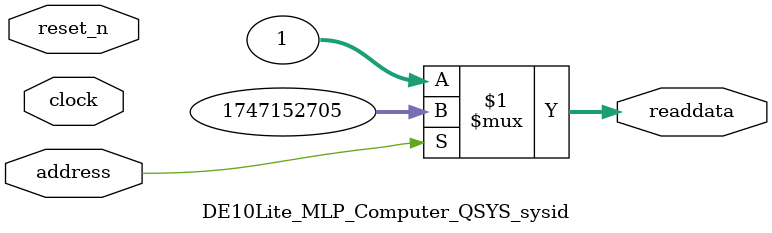
<source format=v>



// synthesis translate_off
`timescale 1ns / 1ps
// synthesis translate_on

// turn off superfluous verilog processor warnings 
// altera message_level Level1 
// altera message_off 10034 10035 10036 10037 10230 10240 10030 

module DE10Lite_MLP_Computer_QSYS_sysid (
               // inputs:
                address,
                clock,
                reset_n,

               // outputs:
                readdata
             )
;

  output  [ 31: 0] readdata;
  input            address;
  input            clock;
  input            reset_n;

  wire    [ 31: 0] readdata;
  //control_slave, which is an e_avalon_slave
  assign readdata = address ? 1747152705 : 1;

endmodule



</source>
